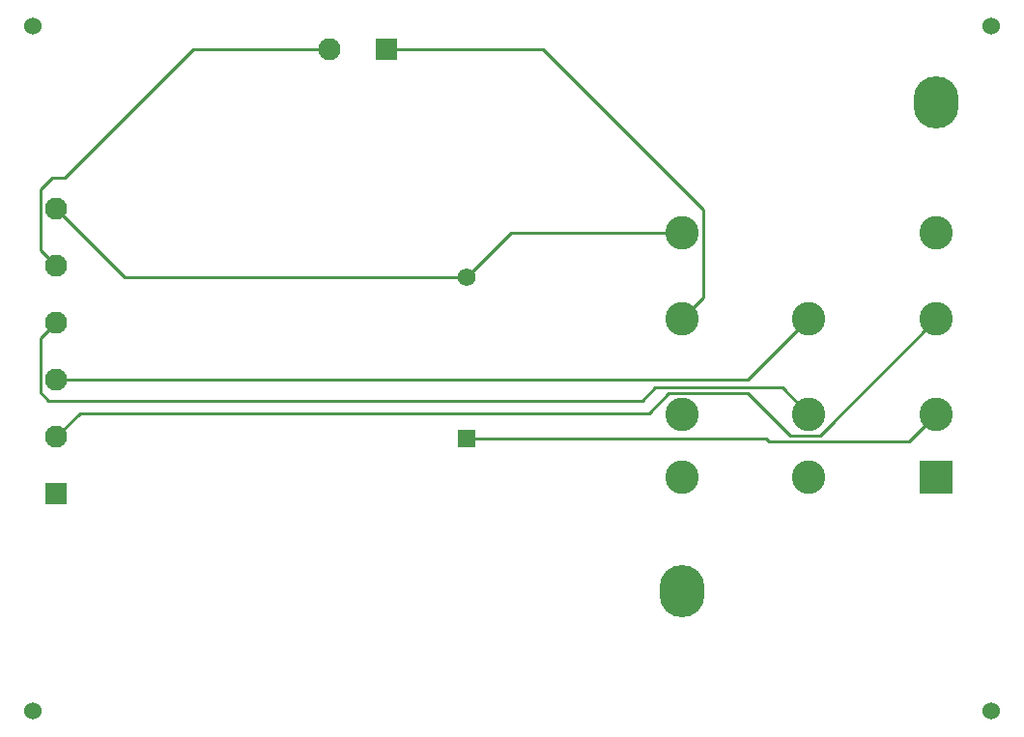
<source format=gbl>
G04*
G04 #@! TF.GenerationSoftware,Altium Limited,Altium Designer,20.1.8 (145)*
G04*
G04 Layer_Physical_Order=2*
G04 Layer_Color=16711680*
%FSLAX25Y25*%
%MOIN*%
G70*
G04*
G04 #@! TF.SameCoordinates,3D76E3EC-FEB2-46C7-AB75-6B0F0163D353*
G04*
G04*
G04 #@! TF.FilePolarity,Positive*
G04*
G01*
G75*
%ADD13C,0.01000*%
%ADD19C,0.11535*%
%ADD20R,0.11535X0.11535*%
G04:AMPARAMS|DCode=21|XSize=155.9mil|YSize=179.92mil|CornerRadius=77.95mil|HoleSize=0mil|Usage=FLASHONLY|Rotation=180.000|XOffset=0mil|YOffset=0mil|HoleType=Round|Shape=RoundedRectangle|*
%AMROUNDEDRECTD21*
21,1,0.15590,0.02402,0,0,180.0*
21,1,0.00000,0.17992,0,0,180.0*
1,1,0.15590,0.00000,0.01201*
1,1,0.15590,0.00000,0.01201*
1,1,0.15590,0.00000,-0.01201*
1,1,0.15590,0.00000,-0.01201*
%
%ADD21ROUNDEDRECTD21*%
%ADD24R,0.07677X0.07677*%
%ADD25C,0.07677*%
%ADD26R,0.07677X0.07677*%
%ADD27C,0.06000*%
%ADD28R,0.06201X0.06201*%
%ADD29C,0.06201*%
D13*
X93100Y436000D02*
X97417D01*
X188976Y480315D02*
X188976Y480315D01*
X141732Y480315D02*
X188976D01*
X97417Y436000D02*
X141732Y480315D01*
X89100Y432000D02*
X93100Y436000D01*
X89100Y410900D02*
Y432000D01*
Y410900D02*
X94488Y405512D01*
X251575Y416929D02*
X310571D01*
X236220Y401575D02*
X251575Y416929D01*
X94488Y425197D02*
X118110Y401575D01*
X236220D01*
X94488Y346457D02*
X102732Y354700D01*
X299101D01*
X306000Y361599D01*
X333201D01*
X347737Y347063D01*
X358028D01*
X398091Y387126D01*
X208661Y480315D02*
X262385D01*
X317900Y424800D01*
Y394455D02*
Y424800D01*
X310571Y387126D02*
X317900Y394455D01*
X89100Y380439D02*
X94488Y385827D01*
X89100Y361900D02*
Y380439D01*
Y361900D02*
X92000Y359000D01*
X296704D01*
X301303Y363599D01*
X345063D01*
X354331Y354331D01*
X388823Y345063D02*
X398091Y354331D01*
X340668Y345063D02*
X388823D01*
X339668Y346063D02*
X340668Y345063D01*
X236220Y346063D02*
X339668D01*
X94488Y366142D02*
X101200D01*
X101242Y366100D01*
X333305D01*
X354331Y387126D01*
D19*
X310571Y416929D02*
D03*
X398091D02*
D03*
X310571Y387126D02*
D03*
X354331D02*
D03*
X398091D02*
D03*
X310571Y354331D02*
D03*
X354331D02*
D03*
X398091D02*
D03*
X310571Y332520D02*
D03*
X354331D02*
D03*
D20*
X398091D02*
D03*
D21*
Y461929D02*
D03*
X310571Y293228D02*
D03*
D24*
X208661Y480315D02*
D03*
D25*
X188976D02*
D03*
X94488Y425197D02*
D03*
Y405512D02*
D03*
Y385827D02*
D03*
Y366142D02*
D03*
Y346457D02*
D03*
D26*
Y326772D02*
D03*
D27*
X417323Y251969D02*
D03*
X86614D02*
D03*
X417323Y488189D02*
D03*
X86614D02*
D03*
D28*
X236220Y346063D02*
D03*
D29*
Y401575D02*
D03*
M02*

</source>
